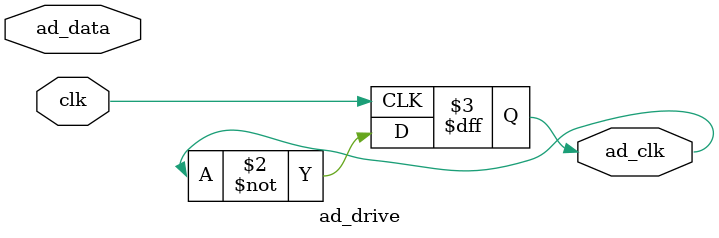
<source format=v>
module ad_drive(
	input 		clk,
	input [7:0] ad_data,
	
	output reg	ad_clk		//AD驱动时钟信号；
	
);


//由于所用AD芯片最大时钟频率为32Mhz，因此需对50M时钟进行二分频；
always @(posedge clk)begin
	ad_clk <= ~ad_clk;
end

endmodule

</source>
